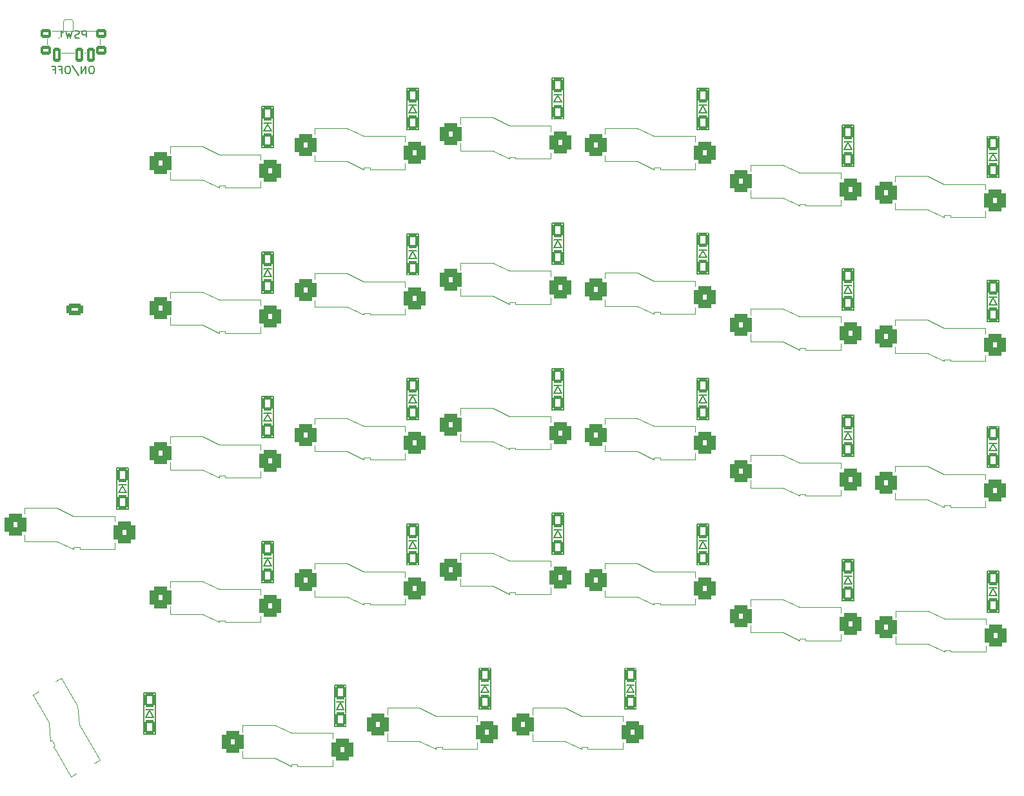
<source format=gbo>
G04 #@! TF.GenerationSoftware,KiCad,Pcbnew,7.0.10*
G04 #@! TF.CreationDate,2024-03-21T01:04:01+01:00*
G04 #@! TF.ProjectId,allium58,616c6c69-756d-4353-982e-6b696361645f,rev?*
G04 #@! TF.SameCoordinates,Original*
G04 #@! TF.FileFunction,Legend,Bot*
G04 #@! TF.FilePolarity,Positive*
%FSLAX46Y46*%
G04 Gerber Fmt 4.6, Leading zero omitted, Abs format (unit mm)*
G04 Created by KiCad (PCBNEW 7.0.10) date 2024-03-21 01:04:01*
%MOMM*%
%LPD*%
G01*
G04 APERTURE LIST*
G04 Aperture macros list*
%AMRoundRect*
0 Rectangle with rounded corners*
0 $1 Rounding radius*
0 $2 $3 $4 $5 $6 $7 $8 $9 X,Y pos of 4 corners*
0 Add a 4 corners polygon primitive as box body*
4,1,4,$2,$3,$4,$5,$6,$7,$8,$9,$2,$3,0*
0 Add four circle primitives for the rounded corners*
1,1,$1+$1,$2,$3*
1,1,$1+$1,$4,$5*
1,1,$1+$1,$6,$7*
1,1,$1+$1,$8,$9*
0 Add four rect primitives between the rounded corners*
20,1,$1+$1,$2,$3,$4,$5,0*
20,1,$1+$1,$4,$5,$6,$7,0*
20,1,$1+$1,$6,$7,$8,$9,0*
20,1,$1+$1,$8,$9,$2,$3,0*%
G04 Aperture macros list end*
%ADD10C,0.150000*%
%ADD11C,0.100000*%
%ADD12C,0.120000*%
%ADD13C,5.100000*%
%ADD14C,1.924000*%
%ADD15C,2.900000*%
%ADD16C,3.000000*%
%ADD17C,5.250000*%
%ADD18RoundRect,0.580000X-0.870000X-0.895000X0.870000X-0.895000X0.870000X0.895000X-0.870000X0.895000X0*%
%ADD19RoundRect,0.580000X-1.210093X0.305942X-0.340093X-1.200942X1.210093X-0.305942X0.340093X1.200942X0*%
%ADD20C,4.400000*%
%ADD21O,2.150000X1.600000*%
%ADD22RoundRect,0.333333X-0.741667X0.466667X-0.741667X-0.466667X0.741667X-0.466667X0.741667X0.466667X0*%
%ADD23RoundRect,0.200000X-0.500000X0.700000X-0.500000X-0.700000X0.500000X-0.700000X0.500000X0.700000X0*%
%ADD24RoundRect,0.200000X-0.500000X-0.400000X0.500000X-0.400000X0.500000X0.400000X-0.500000X0.400000X0*%
%ADD25C,1.300000*%
%ADD26RoundRect,0.200000X-0.350000X-0.750000X0.350000X-0.750000X0.350000X0.750000X-0.350000X0.750000X0*%
G04 APERTURE END LIST*
D10*
X103460344Y-41974419D02*
X103269868Y-41974419D01*
X103269868Y-41974419D02*
X103174630Y-42022038D01*
X103174630Y-42022038D02*
X103079392Y-42117276D01*
X103079392Y-42117276D02*
X103031773Y-42307752D01*
X103031773Y-42307752D02*
X103031773Y-42641085D01*
X103031773Y-42641085D02*
X103079392Y-42831561D01*
X103079392Y-42831561D02*
X103174630Y-42926800D01*
X103174630Y-42926800D02*
X103269868Y-42974419D01*
X103269868Y-42974419D02*
X103460344Y-42974419D01*
X103460344Y-42974419D02*
X103555582Y-42926800D01*
X103555582Y-42926800D02*
X103650820Y-42831561D01*
X103650820Y-42831561D02*
X103698439Y-42641085D01*
X103698439Y-42641085D02*
X103698439Y-42307752D01*
X103698439Y-42307752D02*
X103650820Y-42117276D01*
X103650820Y-42117276D02*
X103555582Y-42022038D01*
X103555582Y-42022038D02*
X103460344Y-41974419D01*
X102603201Y-42974419D02*
X102603201Y-41974419D01*
X102603201Y-41974419D02*
X102031773Y-42974419D01*
X102031773Y-42974419D02*
X102031773Y-41974419D01*
X100841297Y-41926800D02*
X101698439Y-43212514D01*
X100317487Y-41974419D02*
X100127011Y-41974419D01*
X100127011Y-41974419D02*
X100031773Y-42022038D01*
X100031773Y-42022038D02*
X99936535Y-42117276D01*
X99936535Y-42117276D02*
X99888916Y-42307752D01*
X99888916Y-42307752D02*
X99888916Y-42641085D01*
X99888916Y-42641085D02*
X99936535Y-42831561D01*
X99936535Y-42831561D02*
X100031773Y-42926800D01*
X100031773Y-42926800D02*
X100127011Y-42974419D01*
X100127011Y-42974419D02*
X100317487Y-42974419D01*
X100317487Y-42974419D02*
X100412725Y-42926800D01*
X100412725Y-42926800D02*
X100507963Y-42831561D01*
X100507963Y-42831561D02*
X100555582Y-42641085D01*
X100555582Y-42641085D02*
X100555582Y-42307752D01*
X100555582Y-42307752D02*
X100507963Y-42117276D01*
X100507963Y-42117276D02*
X100412725Y-42022038D01*
X100412725Y-42022038D02*
X100317487Y-41974419D01*
X99127011Y-42450609D02*
X99460344Y-42450609D01*
X99460344Y-42974419D02*
X99460344Y-41974419D01*
X99460344Y-41974419D02*
X98984154Y-41974419D01*
X98269868Y-42450609D02*
X98603201Y-42450609D01*
X98603201Y-42974419D02*
X98603201Y-41974419D01*
X98603201Y-41974419D02*
X98127011Y-41974419D01*
X102674513Y-38326219D02*
X102674513Y-37326219D01*
X102674513Y-37326219D02*
X102293561Y-37326219D01*
X102293561Y-37326219D02*
X102198323Y-37373838D01*
X102198323Y-37373838D02*
X102150704Y-37421457D01*
X102150704Y-37421457D02*
X102103085Y-37516695D01*
X102103085Y-37516695D02*
X102103085Y-37659552D01*
X102103085Y-37659552D02*
X102150704Y-37754790D01*
X102150704Y-37754790D02*
X102198323Y-37802409D01*
X102198323Y-37802409D02*
X102293561Y-37850028D01*
X102293561Y-37850028D02*
X102674513Y-37850028D01*
X101722132Y-38278600D02*
X101579275Y-38326219D01*
X101579275Y-38326219D02*
X101341180Y-38326219D01*
X101341180Y-38326219D02*
X101245942Y-38278600D01*
X101245942Y-38278600D02*
X101198323Y-38230980D01*
X101198323Y-38230980D02*
X101150704Y-38135742D01*
X101150704Y-38135742D02*
X101150704Y-38040504D01*
X101150704Y-38040504D02*
X101198323Y-37945266D01*
X101198323Y-37945266D02*
X101245942Y-37897647D01*
X101245942Y-37897647D02*
X101341180Y-37850028D01*
X101341180Y-37850028D02*
X101531656Y-37802409D01*
X101531656Y-37802409D02*
X101626894Y-37754790D01*
X101626894Y-37754790D02*
X101674513Y-37707171D01*
X101674513Y-37707171D02*
X101722132Y-37611933D01*
X101722132Y-37611933D02*
X101722132Y-37516695D01*
X101722132Y-37516695D02*
X101674513Y-37421457D01*
X101674513Y-37421457D02*
X101626894Y-37373838D01*
X101626894Y-37373838D02*
X101531656Y-37326219D01*
X101531656Y-37326219D02*
X101293561Y-37326219D01*
X101293561Y-37326219D02*
X101150704Y-37373838D01*
X100817370Y-37326219D02*
X100579275Y-38326219D01*
X100579275Y-38326219D02*
X100388799Y-37611933D01*
X100388799Y-37611933D02*
X100198323Y-38326219D01*
X100198323Y-38326219D02*
X99960228Y-37326219D01*
X99055466Y-38326219D02*
X99626894Y-38326219D01*
X99341180Y-38326219D02*
X99341180Y-37326219D01*
X99341180Y-37326219D02*
X99436418Y-37469076D01*
X99436418Y-37469076D02*
X99531656Y-37564314D01*
X99531656Y-37564314D02*
X99626894Y-37611933D01*
D11*
X113685000Y-52525000D02*
X113685000Y-56875000D01*
X113685000Y-52525000D02*
X117905000Y-52525000D01*
X113685000Y-56875000D02*
X117905000Y-56875000D01*
X117905000Y-52525000D02*
X120105000Y-53575000D01*
X117905000Y-56875000D02*
X120105000Y-57925000D01*
X120105000Y-57700000D02*
X120105000Y-57925000D01*
X120905000Y-57700000D02*
X120105000Y-57700000D01*
X120905000Y-57925000D02*
X120905000Y-57700000D01*
X125525000Y-53575000D02*
X120105000Y-53575000D01*
X125525000Y-53575000D02*
X125525000Y-57925000D01*
X125525000Y-57925000D02*
X120905000Y-57925000D01*
X132685000Y-50125000D02*
X132685000Y-54475000D01*
X132685000Y-50125000D02*
X136905000Y-50125000D01*
X132685000Y-54475000D02*
X136905000Y-54475000D01*
X136905000Y-50125000D02*
X139105000Y-51175000D01*
X136905000Y-54475000D02*
X139105000Y-55525000D01*
X139105000Y-55300000D02*
X139105000Y-55525000D01*
X139905000Y-55300000D02*
X139105000Y-55300000D01*
X139905000Y-55525000D02*
X139905000Y-55300000D01*
X144525000Y-51175000D02*
X139105000Y-51175000D01*
X144525000Y-51175000D02*
X144525000Y-55525000D01*
X144525000Y-55525000D02*
X139905000Y-55525000D01*
X151785000Y-48735000D02*
X151785000Y-53085000D01*
X151785000Y-48735000D02*
X156005000Y-48735000D01*
X151785000Y-53085000D02*
X156005000Y-53085000D01*
X156005000Y-48735000D02*
X158205000Y-49785000D01*
X156005000Y-53085000D02*
X158205000Y-54135000D01*
X158205000Y-53910000D02*
X158205000Y-54135000D01*
X159005000Y-53910000D02*
X158205000Y-53910000D01*
X159005000Y-54135000D02*
X159005000Y-53910000D01*
X163625000Y-49785000D02*
X158205000Y-49785000D01*
X163625000Y-49785000D02*
X163625000Y-54135000D01*
X163625000Y-54135000D02*
X159005000Y-54135000D01*
X170785000Y-50125000D02*
X170785000Y-54475000D01*
X170785000Y-50125000D02*
X175005000Y-50125000D01*
X170785000Y-54475000D02*
X175005000Y-54475000D01*
X175005000Y-50125000D02*
X177205000Y-51175000D01*
X175005000Y-54475000D02*
X177205000Y-55525000D01*
X177205000Y-55300000D02*
X177205000Y-55525000D01*
X178005000Y-55300000D02*
X177205000Y-55300000D01*
X178005000Y-55525000D02*
X178005000Y-55300000D01*
X182625000Y-51175000D02*
X177205000Y-51175000D01*
X182625000Y-51175000D02*
X182625000Y-55525000D01*
X182625000Y-55525000D02*
X178005000Y-55525000D01*
X189885000Y-54925000D02*
X189885000Y-59275000D01*
X189885000Y-54925000D02*
X194105000Y-54925000D01*
X189885000Y-59275000D02*
X194105000Y-59275000D01*
X194105000Y-54925000D02*
X196305000Y-55975000D01*
X194105000Y-59275000D02*
X196305000Y-60325000D01*
X196305000Y-60100000D02*
X196305000Y-60325000D01*
X197105000Y-60100000D02*
X196305000Y-60100000D01*
X197105000Y-60325000D02*
X197105000Y-60100000D01*
X201725000Y-55975000D02*
X196305000Y-55975000D01*
X201725000Y-55975000D02*
X201725000Y-60325000D01*
X201725000Y-60325000D02*
X197105000Y-60325000D01*
X208885000Y-56425000D02*
X208885000Y-60775000D01*
X208885000Y-56425000D02*
X213105000Y-56425000D01*
X208885000Y-60775000D02*
X213105000Y-60775000D01*
X213105000Y-56425000D02*
X215305000Y-57475000D01*
X213105000Y-60775000D02*
X215305000Y-61825000D01*
X215305000Y-61600000D02*
X215305000Y-61825000D01*
X216105000Y-61600000D02*
X215305000Y-61600000D01*
X216105000Y-61825000D02*
X216105000Y-61600000D01*
X220725000Y-57475000D02*
X215305000Y-57475000D01*
X220725000Y-57475000D02*
X220725000Y-61825000D01*
X220725000Y-61825000D02*
X216105000Y-61825000D01*
X113685000Y-71625000D02*
X113685000Y-75975000D01*
X113685000Y-71625000D02*
X117905000Y-71625000D01*
X113685000Y-75975000D02*
X117905000Y-75975000D01*
X117905000Y-71625000D02*
X120105000Y-72675000D01*
X117905000Y-75975000D02*
X120105000Y-77025000D01*
X120105000Y-76800000D02*
X120105000Y-77025000D01*
X120905000Y-76800000D02*
X120105000Y-76800000D01*
X120905000Y-77025000D02*
X120905000Y-76800000D01*
X125525000Y-72675000D02*
X120105000Y-72675000D01*
X125525000Y-72675000D02*
X125525000Y-77025000D01*
X125525000Y-77025000D02*
X120905000Y-77025000D01*
X132685000Y-69225000D02*
X132685000Y-73575000D01*
X132685000Y-69225000D02*
X136905000Y-69225000D01*
X132685000Y-73575000D02*
X136905000Y-73575000D01*
X136905000Y-69225000D02*
X139105000Y-70275000D01*
X136905000Y-73575000D02*
X139105000Y-74625000D01*
X139105000Y-74400000D02*
X139105000Y-74625000D01*
X139905000Y-74400000D02*
X139105000Y-74400000D01*
X139905000Y-74625000D02*
X139905000Y-74400000D01*
X144525000Y-70275000D02*
X139105000Y-70275000D01*
X144525000Y-70275000D02*
X144525000Y-74625000D01*
X144525000Y-74625000D02*
X139905000Y-74625000D01*
X151785000Y-67825000D02*
X151785000Y-72175000D01*
X151785000Y-67825000D02*
X156005000Y-67825000D01*
X151785000Y-72175000D02*
X156005000Y-72175000D01*
X156005000Y-67825000D02*
X158205000Y-68875000D01*
X156005000Y-72175000D02*
X158205000Y-73225000D01*
X158205000Y-73000000D02*
X158205000Y-73225000D01*
X159005000Y-73000000D02*
X158205000Y-73000000D01*
X159005000Y-73225000D02*
X159005000Y-73000000D01*
X163625000Y-68875000D02*
X158205000Y-68875000D01*
X163625000Y-68875000D02*
X163625000Y-73225000D01*
X163625000Y-73225000D02*
X159005000Y-73225000D01*
X170785000Y-69125000D02*
X170785000Y-73475000D01*
X170785000Y-69125000D02*
X175005000Y-69125000D01*
X170785000Y-73475000D02*
X175005000Y-73475000D01*
X175005000Y-69125000D02*
X177205000Y-70175000D01*
X175005000Y-73475000D02*
X177205000Y-74525000D01*
X177205000Y-74300000D02*
X177205000Y-74525000D01*
X178005000Y-74300000D02*
X177205000Y-74300000D01*
X178005000Y-74525000D02*
X178005000Y-74300000D01*
X182625000Y-70175000D02*
X177205000Y-70175000D01*
X182625000Y-70175000D02*
X182625000Y-74525000D01*
X182625000Y-74525000D02*
X178005000Y-74525000D01*
X189885000Y-73825000D02*
X189885000Y-78175000D01*
X189885000Y-73825000D02*
X194105000Y-73825000D01*
X189885000Y-78175000D02*
X194105000Y-78175000D01*
X194105000Y-73825000D02*
X196305000Y-74875000D01*
X194105000Y-78175000D02*
X196305000Y-79225000D01*
X196305000Y-79000000D02*
X196305000Y-79225000D01*
X197105000Y-79000000D02*
X196305000Y-79000000D01*
X197105000Y-79225000D02*
X197105000Y-79000000D01*
X201725000Y-74875000D02*
X196305000Y-74875000D01*
X201725000Y-74875000D02*
X201725000Y-79225000D01*
X201725000Y-79225000D02*
X197105000Y-79225000D01*
X208885000Y-75325000D02*
X208885000Y-79675000D01*
X208885000Y-75325000D02*
X213105000Y-75325000D01*
X208885000Y-79675000D02*
X213105000Y-79675000D01*
X213105000Y-75325000D02*
X215305000Y-76375000D01*
X213105000Y-79675000D02*
X215305000Y-80725000D01*
X215305000Y-80500000D02*
X215305000Y-80725000D01*
X216105000Y-80500000D02*
X215305000Y-80500000D01*
X216105000Y-80725000D02*
X216105000Y-80500000D01*
X220725000Y-76375000D02*
X215305000Y-76375000D01*
X220725000Y-76375000D02*
X220725000Y-80725000D01*
X220725000Y-80725000D02*
X216105000Y-80725000D01*
X113685000Y-90625000D02*
X113685000Y-94975000D01*
X113685000Y-90625000D02*
X117905000Y-90625000D01*
X113685000Y-94975000D02*
X117905000Y-94975000D01*
X117905000Y-90625000D02*
X120105000Y-91675000D01*
X117905000Y-94975000D02*
X120105000Y-96025000D01*
X120105000Y-95800000D02*
X120105000Y-96025000D01*
X120905000Y-95800000D02*
X120105000Y-95800000D01*
X120905000Y-96025000D02*
X120905000Y-95800000D01*
X125525000Y-91675000D02*
X120105000Y-91675000D01*
X125525000Y-91675000D02*
X125525000Y-96025000D01*
X125525000Y-96025000D02*
X120905000Y-96025000D01*
X132685000Y-88225000D02*
X132685000Y-92575000D01*
X132685000Y-88225000D02*
X136905000Y-88225000D01*
X132685000Y-92575000D02*
X136905000Y-92575000D01*
X136905000Y-88225000D02*
X139105000Y-89275000D01*
X136905000Y-92575000D02*
X139105000Y-93625000D01*
X139105000Y-93400000D02*
X139105000Y-93625000D01*
X139905000Y-93400000D02*
X139105000Y-93400000D01*
X139905000Y-93625000D02*
X139905000Y-93400000D01*
X144525000Y-89275000D02*
X139105000Y-89275000D01*
X144525000Y-89275000D02*
X144525000Y-93625000D01*
X144525000Y-93625000D02*
X139905000Y-93625000D01*
X151785000Y-86925000D02*
X151785000Y-91275000D01*
X151785000Y-86925000D02*
X156005000Y-86925000D01*
X151785000Y-91275000D02*
X156005000Y-91275000D01*
X156005000Y-86925000D02*
X158205000Y-87975000D01*
X156005000Y-91275000D02*
X158205000Y-92325000D01*
X158205000Y-92100000D02*
X158205000Y-92325000D01*
X159005000Y-92100000D02*
X158205000Y-92100000D01*
X159005000Y-92325000D02*
X159005000Y-92100000D01*
X163625000Y-87975000D02*
X158205000Y-87975000D01*
X163625000Y-87975000D02*
X163625000Y-92325000D01*
X163625000Y-92325000D02*
X159005000Y-92325000D01*
X170785000Y-88225000D02*
X170785000Y-92575000D01*
X170785000Y-88225000D02*
X175005000Y-88225000D01*
X170785000Y-92575000D02*
X175005000Y-92575000D01*
X175005000Y-88225000D02*
X177205000Y-89275000D01*
X175005000Y-92575000D02*
X177205000Y-93625000D01*
X177205000Y-93400000D02*
X177205000Y-93625000D01*
X178005000Y-93400000D02*
X177205000Y-93400000D01*
X178005000Y-93625000D02*
X178005000Y-93400000D01*
X182625000Y-89275000D02*
X177205000Y-89275000D01*
X182625000Y-89275000D02*
X182625000Y-93625000D01*
X182625000Y-93625000D02*
X178005000Y-93625000D01*
X189885000Y-93025000D02*
X189885000Y-97375000D01*
X189885000Y-93025000D02*
X194105000Y-93025000D01*
X189885000Y-97375000D02*
X194105000Y-97375000D01*
X194105000Y-93025000D02*
X196305000Y-94075000D01*
X194105000Y-97375000D02*
X196305000Y-98425000D01*
X196305000Y-98200000D02*
X196305000Y-98425000D01*
X197105000Y-98200000D02*
X196305000Y-98200000D01*
X197105000Y-98425000D02*
X197105000Y-98200000D01*
X201725000Y-94075000D02*
X196305000Y-94075000D01*
X201725000Y-94075000D02*
X201725000Y-98425000D01*
X201725000Y-98425000D02*
X197105000Y-98425000D01*
X208885000Y-94525000D02*
X208885000Y-98875000D01*
X208885000Y-94525000D02*
X213105000Y-94525000D01*
X208885000Y-98875000D02*
X213105000Y-98875000D01*
X213105000Y-94525000D02*
X215305000Y-95575000D01*
X213105000Y-98875000D02*
X215305000Y-99925000D01*
X215305000Y-99700000D02*
X215305000Y-99925000D01*
X216105000Y-99700000D02*
X215305000Y-99700000D01*
X216105000Y-99925000D02*
X216105000Y-99700000D01*
X220725000Y-95575000D02*
X215305000Y-95575000D01*
X220725000Y-95575000D02*
X220725000Y-99925000D01*
X220725000Y-99925000D02*
X216105000Y-99925000D01*
X113685000Y-109625000D02*
X113685000Y-113975000D01*
X113685000Y-109625000D02*
X117905000Y-109625000D01*
X113685000Y-113975000D02*
X117905000Y-113975000D01*
X117905000Y-109625000D02*
X120105000Y-110675000D01*
X117905000Y-113975000D02*
X120105000Y-115025000D01*
X120105000Y-114800000D02*
X120105000Y-115025000D01*
X120905000Y-114800000D02*
X120105000Y-114800000D01*
X120905000Y-115025000D02*
X120905000Y-114800000D01*
X125525000Y-110675000D02*
X120105000Y-110675000D01*
X125525000Y-110675000D02*
X125525000Y-115025000D01*
X125525000Y-115025000D02*
X120905000Y-115025000D01*
X132685000Y-107325000D02*
X132685000Y-111675000D01*
X132685000Y-107325000D02*
X136905000Y-107325000D01*
X132685000Y-111675000D02*
X136905000Y-111675000D01*
X136905000Y-107325000D02*
X139105000Y-108375000D01*
X136905000Y-111675000D02*
X139105000Y-112725000D01*
X139105000Y-112500000D02*
X139105000Y-112725000D01*
X139905000Y-112500000D02*
X139105000Y-112500000D01*
X139905000Y-112725000D02*
X139905000Y-112500000D01*
X144525000Y-108375000D02*
X139105000Y-108375000D01*
X144525000Y-108375000D02*
X144525000Y-112725000D01*
X144525000Y-112725000D02*
X139905000Y-112725000D01*
X151785000Y-105925000D02*
X151785000Y-110275000D01*
X151785000Y-105925000D02*
X156005000Y-105925000D01*
X151785000Y-110275000D02*
X156005000Y-110275000D01*
X156005000Y-105925000D02*
X158205000Y-106975000D01*
X156005000Y-110275000D02*
X158205000Y-111325000D01*
X158205000Y-111100000D02*
X158205000Y-111325000D01*
X159005000Y-111100000D02*
X158205000Y-111100000D01*
X159005000Y-111325000D02*
X159005000Y-111100000D01*
X163625000Y-106975000D02*
X158205000Y-106975000D01*
X163625000Y-106975000D02*
X163625000Y-111325000D01*
X163625000Y-111325000D02*
X159005000Y-111325000D01*
X170785000Y-107325000D02*
X170785000Y-111675000D01*
X170785000Y-107325000D02*
X175005000Y-107325000D01*
X170785000Y-111675000D02*
X175005000Y-111675000D01*
X175005000Y-107325000D02*
X177205000Y-108375000D01*
X175005000Y-111675000D02*
X177205000Y-112725000D01*
X177205000Y-112500000D02*
X177205000Y-112725000D01*
X178005000Y-112500000D02*
X177205000Y-112500000D01*
X178005000Y-112725000D02*
X178005000Y-112500000D01*
X182625000Y-108375000D02*
X177205000Y-108375000D01*
X182625000Y-108375000D02*
X182625000Y-112725000D01*
X182625000Y-112725000D02*
X178005000Y-112725000D01*
X189885000Y-112025000D02*
X189885000Y-116375000D01*
X189885000Y-112025000D02*
X194105000Y-112025000D01*
X189885000Y-116375000D02*
X194105000Y-116375000D01*
X194105000Y-112025000D02*
X196305000Y-113075000D01*
X194105000Y-116375000D02*
X196305000Y-117425000D01*
X196305000Y-117200000D02*
X196305000Y-117425000D01*
X197105000Y-117200000D02*
X196305000Y-117200000D01*
X197105000Y-117425000D02*
X197105000Y-117200000D01*
X201725000Y-113075000D02*
X196305000Y-113075000D01*
X201725000Y-113075000D02*
X201725000Y-117425000D01*
X201725000Y-117425000D02*
X197105000Y-117425000D01*
X208935000Y-113525000D02*
X208935000Y-117875000D01*
X208935000Y-113525000D02*
X213155000Y-113525000D01*
X208935000Y-117875000D02*
X213155000Y-117875000D01*
X213155000Y-113525000D02*
X215355000Y-114575000D01*
X213155000Y-117875000D02*
X215355000Y-118925000D01*
X215355000Y-118700000D02*
X215355000Y-118925000D01*
X216155000Y-118700000D02*
X215355000Y-118700000D01*
X216155000Y-118925000D02*
X216155000Y-118700000D01*
X220775000Y-114575000D02*
X215355000Y-114575000D01*
X220775000Y-114575000D02*
X220775000Y-118925000D01*
X220775000Y-118925000D02*
X216155000Y-118925000D01*
X94585000Y-100025000D02*
X94585000Y-104375000D01*
X94585000Y-100025000D02*
X98805000Y-100025000D01*
X94585000Y-104375000D02*
X98805000Y-104375000D01*
X98805000Y-100025000D02*
X101005000Y-101075000D01*
X98805000Y-104375000D02*
X101005000Y-105425000D01*
X101005000Y-105200000D02*
X101005000Y-105425000D01*
X101805000Y-105200000D02*
X101005000Y-105200000D01*
X101805000Y-105425000D02*
X101805000Y-105200000D01*
X106425000Y-101075000D02*
X101005000Y-101075000D01*
X106425000Y-101075000D02*
X106425000Y-105425000D01*
X106425000Y-105425000D02*
X101805000Y-105425000D01*
X99405786Y-122360537D02*
X95638575Y-124535537D01*
X99405786Y-122360537D02*
X101515786Y-126015164D01*
X95638575Y-124535537D02*
X97748575Y-128190164D01*
X101515786Y-126015164D02*
X101706459Y-128445420D01*
X97748575Y-128190164D02*
X97939249Y-130620420D01*
X98134104Y-130507920D02*
X97939249Y-130620420D01*
X98534104Y-131200740D02*
X98134104Y-130507920D01*
X98339249Y-131313240D02*
X98534104Y-131200740D01*
X104416459Y-133139278D02*
X101706459Y-128445420D01*
X104416459Y-133139278D02*
X100649249Y-135314278D01*
X100649249Y-135314278D02*
X98339249Y-131313240D01*
X123185000Y-128525000D02*
X123185000Y-132875000D01*
X123185000Y-128525000D02*
X127405000Y-128525000D01*
X123185000Y-132875000D02*
X127405000Y-132875000D01*
X127405000Y-128525000D02*
X129605000Y-129575000D01*
X127405000Y-132875000D02*
X129605000Y-133925000D01*
X129605000Y-133700000D02*
X129605000Y-133925000D01*
X130405000Y-133700000D02*
X129605000Y-133700000D01*
X130405000Y-133925000D02*
X130405000Y-133700000D01*
X135025000Y-129575000D02*
X129605000Y-129575000D01*
X135025000Y-129575000D02*
X135025000Y-133925000D01*
X135025000Y-133925000D02*
X130405000Y-133925000D01*
X142185000Y-126275000D02*
X142185000Y-130625000D01*
X142185000Y-126275000D02*
X146405000Y-126275000D01*
X142185000Y-130625000D02*
X146405000Y-130625000D01*
X146405000Y-126275000D02*
X148605000Y-127325000D01*
X146405000Y-130625000D02*
X148605000Y-131675000D01*
X148605000Y-131450000D02*
X148605000Y-131675000D01*
X149405000Y-131450000D02*
X148605000Y-131450000D01*
X149405000Y-131675000D02*
X149405000Y-131450000D01*
X154025000Y-127325000D02*
X148605000Y-127325000D01*
X154025000Y-127325000D02*
X154025000Y-131675000D01*
X154025000Y-131675000D02*
X149405000Y-131675000D01*
X161285000Y-126275000D02*
X161285000Y-130625000D01*
X161285000Y-126275000D02*
X165505000Y-126275000D01*
X161285000Y-130625000D02*
X165505000Y-130625000D01*
X165505000Y-126275000D02*
X167705000Y-127325000D01*
X165505000Y-130625000D02*
X167705000Y-131675000D01*
X167705000Y-131450000D02*
X167705000Y-131675000D01*
X168505000Y-131450000D02*
X167705000Y-131450000D01*
X168505000Y-131675000D02*
X168505000Y-131450000D01*
X173125000Y-127325000D02*
X167705000Y-127325000D01*
X173125000Y-127325000D02*
X173125000Y-131675000D01*
X173125000Y-131675000D02*
X168505000Y-131675000D01*
D10*
X127250000Y-47300000D02*
X127250000Y-52700000D01*
X125750000Y-47300000D02*
X127250000Y-47300000D01*
X126000000Y-49500000D02*
X127000000Y-49500000D01*
X126500000Y-49600000D02*
X126000000Y-50500000D01*
X127000000Y-50500000D02*
X126500000Y-49600000D01*
X126000000Y-50500000D02*
X127000000Y-50500000D01*
X125750000Y-52700000D02*
X125750000Y-47300000D01*
X125750000Y-52700000D02*
X127250000Y-52700000D01*
X146250000Y-44900000D02*
X146250000Y-50300000D01*
X144750000Y-44900000D02*
X146250000Y-44900000D01*
X145000000Y-47100000D02*
X146000000Y-47100000D01*
X145500000Y-47200000D02*
X145000000Y-48100000D01*
X146000000Y-48100000D02*
X145500000Y-47200000D01*
X145000000Y-48100000D02*
X146000000Y-48100000D01*
X144750000Y-50300000D02*
X144750000Y-44900000D01*
X144750000Y-50300000D02*
X146250000Y-50300000D01*
X165350000Y-43510000D02*
X165350000Y-48910000D01*
X163850000Y-43510000D02*
X165350000Y-43510000D01*
X164100000Y-45710000D02*
X165100000Y-45710000D01*
X164600000Y-45810000D02*
X164100000Y-46710000D01*
X165100000Y-46710000D02*
X164600000Y-45810000D01*
X164100000Y-46710000D02*
X165100000Y-46710000D01*
X163850000Y-48910000D02*
X163850000Y-43510000D01*
X163850000Y-48910000D02*
X165350000Y-48910000D01*
X184350000Y-44900000D02*
X184350000Y-50300000D01*
X182850000Y-44900000D02*
X184350000Y-44900000D01*
X183100000Y-47100000D02*
X184100000Y-47100000D01*
X183600000Y-47200000D02*
X183100000Y-48100000D01*
X184100000Y-48100000D02*
X183600000Y-47200000D01*
X183100000Y-48100000D02*
X184100000Y-48100000D01*
X182850000Y-50300000D02*
X182850000Y-44900000D01*
X182850000Y-50300000D02*
X184350000Y-50300000D01*
X203450000Y-49700000D02*
X203450000Y-55100000D01*
X201950000Y-49700000D02*
X203450000Y-49700000D01*
X202200000Y-51900000D02*
X203200000Y-51900000D01*
X202700000Y-52000000D02*
X202200000Y-52900000D01*
X203200000Y-52900000D02*
X202700000Y-52000000D01*
X202200000Y-52900000D02*
X203200000Y-52900000D01*
X201950000Y-55100000D02*
X201950000Y-49700000D01*
X201950000Y-55100000D02*
X203450000Y-55100000D01*
X222450000Y-51200000D02*
X222450000Y-56600000D01*
X220950000Y-51200000D02*
X222450000Y-51200000D01*
X221200000Y-53400000D02*
X222200000Y-53400000D01*
X221700000Y-53500000D02*
X221200000Y-54400000D01*
X222200000Y-54400000D02*
X221700000Y-53500000D01*
X221200000Y-54400000D02*
X222200000Y-54400000D01*
X220950000Y-56600000D02*
X220950000Y-51200000D01*
X220950000Y-56600000D02*
X222450000Y-56600000D01*
X127250000Y-66400000D02*
X127250000Y-71800000D01*
X125750000Y-66400000D02*
X127250000Y-66400000D01*
X126000000Y-68600000D02*
X127000000Y-68600000D01*
X126500000Y-68700000D02*
X126000000Y-69600000D01*
X127000000Y-69600000D02*
X126500000Y-68700000D01*
X126000000Y-69600000D02*
X127000000Y-69600000D01*
X125750000Y-71800000D02*
X125750000Y-66400000D01*
X125750000Y-71800000D02*
X127250000Y-71800000D01*
X146250000Y-64000000D02*
X146250000Y-69400000D01*
X144750000Y-64000000D02*
X146250000Y-64000000D01*
X145000000Y-66200000D02*
X146000000Y-66200000D01*
X145500000Y-66300000D02*
X145000000Y-67200000D01*
X146000000Y-67200000D02*
X145500000Y-66300000D01*
X145000000Y-67200000D02*
X146000000Y-67200000D01*
X144750000Y-69400000D02*
X144750000Y-64000000D01*
X144750000Y-69400000D02*
X146250000Y-69400000D01*
X165350000Y-62600000D02*
X165350000Y-68000000D01*
X163850000Y-62600000D02*
X165350000Y-62600000D01*
X164100000Y-64800000D02*
X165100000Y-64800000D01*
X164600000Y-64900000D02*
X164100000Y-65800000D01*
X165100000Y-65800000D02*
X164600000Y-64900000D01*
X164100000Y-65800000D02*
X165100000Y-65800000D01*
X163850000Y-68000000D02*
X163850000Y-62600000D01*
X163850000Y-68000000D02*
X165350000Y-68000000D01*
X184350000Y-63900000D02*
X184350000Y-69300000D01*
X182850000Y-63900000D02*
X184350000Y-63900000D01*
X183100000Y-66100000D02*
X184100000Y-66100000D01*
X183600000Y-66200000D02*
X183100000Y-67100000D01*
X184100000Y-67100000D02*
X183600000Y-66200000D01*
X183100000Y-67100000D02*
X184100000Y-67100000D01*
X182850000Y-69300000D02*
X182850000Y-63900000D01*
X182850000Y-69300000D02*
X184350000Y-69300000D01*
X203450000Y-68600000D02*
X203450000Y-74000000D01*
X201950000Y-68600000D02*
X203450000Y-68600000D01*
X202200000Y-70800000D02*
X203200000Y-70800000D01*
X202700000Y-70900000D02*
X202200000Y-71800000D01*
X203200000Y-71800000D02*
X202700000Y-70900000D01*
X202200000Y-71800000D02*
X203200000Y-71800000D01*
X201950000Y-74000000D02*
X201950000Y-68600000D01*
X201950000Y-74000000D02*
X203450000Y-74000000D01*
X222450000Y-70100000D02*
X222450000Y-75500000D01*
X220950000Y-70100000D02*
X222450000Y-70100000D01*
X221200000Y-72300000D02*
X222200000Y-72300000D01*
X221700000Y-72400000D02*
X221200000Y-73300000D01*
X222200000Y-73300000D02*
X221700000Y-72400000D01*
X221200000Y-73300000D02*
X222200000Y-73300000D01*
X220950000Y-75500000D02*
X220950000Y-70100000D01*
X220950000Y-75500000D02*
X222450000Y-75500000D01*
X127250000Y-85400000D02*
X127250000Y-90800000D01*
X125750000Y-85400000D02*
X127250000Y-85400000D01*
X126000000Y-87600000D02*
X127000000Y-87600000D01*
X126500000Y-87700000D02*
X126000000Y-88600000D01*
X127000000Y-88600000D02*
X126500000Y-87700000D01*
X126000000Y-88600000D02*
X127000000Y-88600000D01*
X125750000Y-90800000D02*
X125750000Y-85400000D01*
X125750000Y-90800000D02*
X127250000Y-90800000D01*
X146250000Y-83000000D02*
X146250000Y-88400000D01*
X144750000Y-83000000D02*
X146250000Y-83000000D01*
X145000000Y-85200000D02*
X146000000Y-85200000D01*
X145500000Y-85300000D02*
X145000000Y-86200000D01*
X146000000Y-86200000D02*
X145500000Y-85300000D01*
X145000000Y-86200000D02*
X146000000Y-86200000D01*
X144750000Y-88400000D02*
X144750000Y-83000000D01*
X144750000Y-88400000D02*
X146250000Y-88400000D01*
X165350000Y-81700000D02*
X165350000Y-87100000D01*
X163850000Y-81700000D02*
X165350000Y-81700000D01*
X164100000Y-83900000D02*
X165100000Y-83900000D01*
X164600000Y-84000000D02*
X164100000Y-84900000D01*
X165100000Y-84900000D02*
X164600000Y-84000000D01*
X164100000Y-84900000D02*
X165100000Y-84900000D01*
X163850000Y-87100000D02*
X163850000Y-81700000D01*
X163850000Y-87100000D02*
X165350000Y-87100000D01*
X184350000Y-83000000D02*
X184350000Y-88400000D01*
X182850000Y-83000000D02*
X184350000Y-83000000D01*
X183100000Y-85200000D02*
X184100000Y-85200000D01*
X183600000Y-85300000D02*
X183100000Y-86200000D01*
X184100000Y-86200000D02*
X183600000Y-85300000D01*
X183100000Y-86200000D02*
X184100000Y-86200000D01*
X182850000Y-88400000D02*
X182850000Y-83000000D01*
X182850000Y-88400000D02*
X184350000Y-88400000D01*
X203450000Y-87800000D02*
X203450000Y-93200000D01*
X201950000Y-87800000D02*
X203450000Y-87800000D01*
X202200000Y-90000000D02*
X203200000Y-90000000D01*
X202700000Y-90100000D02*
X202200000Y-91000000D01*
X203200000Y-91000000D02*
X202700000Y-90100000D01*
X202200000Y-91000000D02*
X203200000Y-91000000D01*
X201950000Y-93200000D02*
X201950000Y-87800000D01*
X201950000Y-93200000D02*
X203450000Y-93200000D01*
X222450000Y-89300000D02*
X222450000Y-94700000D01*
X220950000Y-89300000D02*
X222450000Y-89300000D01*
X221200000Y-91500000D02*
X222200000Y-91500000D01*
X221700000Y-91600000D02*
X221200000Y-92500000D01*
X222200000Y-92500000D02*
X221700000Y-91600000D01*
X221200000Y-92500000D02*
X222200000Y-92500000D01*
X220950000Y-94700000D02*
X220950000Y-89300000D01*
X220950000Y-94700000D02*
X222450000Y-94700000D01*
X127250000Y-104400000D02*
X127250000Y-109800000D01*
X125750000Y-104400000D02*
X127250000Y-104400000D01*
X126000000Y-106600000D02*
X127000000Y-106600000D01*
X126500000Y-106700000D02*
X126000000Y-107600000D01*
X127000000Y-107600000D02*
X126500000Y-106700000D01*
X126000000Y-107600000D02*
X127000000Y-107600000D01*
X125750000Y-109800000D02*
X125750000Y-104400000D01*
X125750000Y-109800000D02*
X127250000Y-109800000D01*
X146250000Y-102100000D02*
X146250000Y-107500000D01*
X144750000Y-102100000D02*
X146250000Y-102100000D01*
X145000000Y-104300000D02*
X146000000Y-104300000D01*
X145500000Y-104400000D02*
X145000000Y-105300000D01*
X146000000Y-105300000D02*
X145500000Y-104400000D01*
X145000000Y-105300000D02*
X146000000Y-105300000D01*
X144750000Y-107500000D02*
X144750000Y-102100000D01*
X144750000Y-107500000D02*
X146250000Y-107500000D01*
X165350000Y-100700000D02*
X165350000Y-106100000D01*
X163850000Y-100700000D02*
X165350000Y-100700000D01*
X164100000Y-102900000D02*
X165100000Y-102900000D01*
X164600000Y-103000000D02*
X164100000Y-103900000D01*
X165100000Y-103900000D02*
X164600000Y-103000000D01*
X164100000Y-103900000D02*
X165100000Y-103900000D01*
X163850000Y-106100000D02*
X163850000Y-100700000D01*
X163850000Y-106100000D02*
X165350000Y-106100000D01*
X184350000Y-102100000D02*
X184350000Y-107500000D01*
X182850000Y-102100000D02*
X184350000Y-102100000D01*
X183100000Y-104300000D02*
X184100000Y-104300000D01*
X183600000Y-104400000D02*
X183100000Y-105300000D01*
X184100000Y-105300000D02*
X183600000Y-104400000D01*
X183100000Y-105300000D02*
X184100000Y-105300000D01*
X182850000Y-107500000D02*
X182850000Y-102100000D01*
X182850000Y-107500000D02*
X184350000Y-107500000D01*
X203450000Y-106800000D02*
X203450000Y-112200000D01*
X201950000Y-106800000D02*
X203450000Y-106800000D01*
X202200000Y-109000000D02*
X203200000Y-109000000D01*
X202700000Y-109100000D02*
X202200000Y-110000000D01*
X203200000Y-110000000D02*
X202700000Y-109100000D01*
X202200000Y-110000000D02*
X203200000Y-110000000D01*
X201950000Y-112200000D02*
X201950000Y-106800000D01*
X201950000Y-112200000D02*
X203450000Y-112200000D01*
X222500000Y-108300000D02*
X222500000Y-113700000D01*
X221000000Y-108300000D02*
X222500000Y-108300000D01*
X221250000Y-110500000D02*
X222250000Y-110500000D01*
X221750000Y-110600000D02*
X221250000Y-111500000D01*
X222250000Y-111500000D02*
X221750000Y-110600000D01*
X221250000Y-111500000D02*
X222250000Y-111500000D01*
X221000000Y-113700000D02*
X221000000Y-108300000D01*
X221000000Y-113700000D02*
X222500000Y-113700000D01*
X108150000Y-94800000D02*
X108150000Y-100200000D01*
X106650000Y-94800000D02*
X108150000Y-94800000D01*
X106900000Y-97000000D02*
X107900000Y-97000000D01*
X107400000Y-97100000D02*
X106900000Y-98000000D01*
X107900000Y-98000000D02*
X107400000Y-97100000D01*
X106900000Y-98000000D02*
X107900000Y-98000000D01*
X106650000Y-100200000D02*
X106650000Y-94800000D01*
X106650000Y-100200000D02*
X108150000Y-100200000D01*
X111750000Y-124300000D02*
X111750000Y-129700000D01*
X110250000Y-124300000D02*
X111750000Y-124300000D01*
X110500000Y-126500000D02*
X111500000Y-126500000D01*
X111000000Y-126600000D02*
X110500000Y-127500000D01*
X111500000Y-127500000D02*
X111000000Y-126600000D01*
X110500000Y-127500000D02*
X111500000Y-127500000D01*
X110250000Y-129700000D02*
X110250000Y-124300000D01*
X110250000Y-129700000D02*
X111750000Y-129700000D01*
X136750000Y-123300000D02*
X136750000Y-128700000D01*
X135250000Y-123300000D02*
X136750000Y-123300000D01*
X135500000Y-125500000D02*
X136500000Y-125500000D01*
X136000000Y-125600000D02*
X135500000Y-126500000D01*
X136500000Y-126500000D02*
X136000000Y-125600000D01*
X135500000Y-126500000D02*
X136500000Y-126500000D01*
X135250000Y-128700000D02*
X135250000Y-123300000D01*
X135250000Y-128700000D02*
X136750000Y-128700000D01*
X155750000Y-121050000D02*
X155750000Y-126450000D01*
X154250000Y-121050000D02*
X155750000Y-121050000D01*
X154500000Y-123250000D02*
X155500000Y-123250000D01*
X155000000Y-123350000D02*
X154500000Y-124250000D01*
X155500000Y-124250000D02*
X155000000Y-123350000D01*
X154500000Y-124250000D02*
X155500000Y-124250000D01*
X154250000Y-126450000D02*
X154250000Y-121050000D01*
X154250000Y-126450000D02*
X155750000Y-126450000D01*
X174850000Y-121050000D02*
X174850000Y-126450000D01*
X173350000Y-121050000D02*
X174850000Y-121050000D01*
X173600000Y-123250000D02*
X174600000Y-123250000D01*
X174100000Y-123350000D02*
X173600000Y-124250000D01*
X174600000Y-124250000D02*
X174100000Y-123350000D01*
X173600000Y-124250000D02*
X174600000Y-124250000D01*
X173350000Y-126450000D02*
X173350000Y-121050000D01*
X173350000Y-126450000D02*
X174850000Y-126450000D01*
D12*
X97550000Y-39153000D02*
X97550000Y-38363000D01*
X98150000Y-37353000D02*
X103850000Y-37353000D01*
X99400000Y-40203000D02*
X101100000Y-40203000D01*
X99600000Y-36063000D02*
X99800000Y-35853000D01*
X99600000Y-37353000D02*
X99600000Y-36063000D01*
X99800000Y-35853000D02*
X100700000Y-35853000D01*
X100900000Y-36063000D02*
X100700000Y-35853000D01*
X100900000Y-36063000D02*
X100900000Y-37353000D01*
X102400000Y-40203000D02*
X102600000Y-40203000D01*
X104450000Y-38363000D02*
X104450000Y-39153000D01*
%LPC*%
D13*
X129600000Y-59600000D03*
X205800000Y-61800000D03*
X129600000Y-97600000D03*
X205800000Y-100000000D03*
X105000000Y-114800000D03*
D14*
X108611400Y-41522000D03*
X108611400Y-44062000D03*
X108611400Y-46602000D03*
X108611400Y-49142000D03*
X108611400Y-51682000D03*
X108611400Y-54222000D03*
X108611400Y-56762000D03*
X108611400Y-59302000D03*
X108611400Y-61842000D03*
X108611400Y-64382000D03*
X108611400Y-66922000D03*
X108611400Y-69462000D03*
X93391400Y-69462000D03*
X93391400Y-66922000D03*
X93391400Y-64382000D03*
X93391400Y-61842000D03*
X93391400Y-59302000D03*
X93391400Y-56762000D03*
X93391400Y-54222000D03*
X93391400Y-51682000D03*
X93391400Y-49142000D03*
X93391400Y-46602000D03*
X93391400Y-44062000D03*
X93391400Y-41522000D03*
D15*
X86360000Y-46505000D03*
X86360000Y-40005000D03*
D16*
X116100000Y-54700000D03*
D17*
X120500000Y-50000000D03*
D16*
X123100000Y-55750000D03*
D18*
X112425000Y-54700000D03*
X126775000Y-55750000D03*
D16*
X135100000Y-52300000D03*
D17*
X139500000Y-47600000D03*
D16*
X142100000Y-53350000D03*
D18*
X131425000Y-52300000D03*
X145775000Y-53350000D03*
D16*
X154200000Y-50910000D03*
D17*
X158600000Y-46210000D03*
D16*
X161200000Y-51960000D03*
D18*
X150525000Y-50910000D03*
X164875000Y-51960000D03*
D16*
X173200000Y-52300000D03*
D17*
X177600000Y-47600000D03*
D16*
X180200000Y-53350000D03*
D18*
X169525000Y-52300000D03*
X183875000Y-53350000D03*
D16*
X192300000Y-57100000D03*
D17*
X196700000Y-52400000D03*
D16*
X199300000Y-58150000D03*
D18*
X188625000Y-57100000D03*
X202975000Y-58150000D03*
D16*
X211300000Y-58600000D03*
D17*
X215700000Y-53900000D03*
D16*
X218300000Y-59650000D03*
D18*
X207625000Y-58600000D03*
X221975000Y-59650000D03*
D16*
X116100000Y-73800000D03*
D17*
X120500000Y-69100000D03*
D16*
X123100000Y-74850000D03*
D18*
X112425000Y-73800000D03*
X126775000Y-74850000D03*
D16*
X135100000Y-71400000D03*
D17*
X139500000Y-66700000D03*
D16*
X142100000Y-72450000D03*
D18*
X131425000Y-71400000D03*
X145775000Y-72450000D03*
D16*
X154200000Y-70000000D03*
D17*
X158600000Y-65300000D03*
D16*
X161200000Y-71050000D03*
D18*
X150525000Y-70000000D03*
X164875000Y-71050000D03*
D16*
X173200000Y-71300000D03*
D17*
X177600000Y-66600000D03*
D16*
X180200000Y-72350000D03*
D18*
X169525000Y-71300000D03*
X183875000Y-72350000D03*
D16*
X192300000Y-76000000D03*
D17*
X196700000Y-71300000D03*
D16*
X199300000Y-77050000D03*
D18*
X188625000Y-76000000D03*
X202975000Y-77050000D03*
D16*
X211300000Y-77500000D03*
D17*
X215700000Y-72800000D03*
D16*
X218300000Y-78550000D03*
D18*
X207625000Y-77500000D03*
X221975000Y-78550000D03*
D16*
X116100000Y-92800000D03*
D17*
X120500000Y-88100000D03*
D16*
X123100000Y-93850000D03*
D18*
X112425000Y-92800000D03*
X126775000Y-93850000D03*
D16*
X135100000Y-90400000D03*
D17*
X139500000Y-85700000D03*
D16*
X142100000Y-91450000D03*
D18*
X131425000Y-90400000D03*
X145775000Y-91450000D03*
D16*
X154200000Y-89100000D03*
D17*
X158600000Y-84400000D03*
D16*
X161200000Y-90150000D03*
D18*
X150525000Y-89100000D03*
X164875000Y-90150000D03*
D16*
X173200000Y-90400000D03*
D17*
X177600000Y-85700000D03*
D16*
X180200000Y-91450000D03*
D18*
X169525000Y-90400000D03*
X183875000Y-91450000D03*
D16*
X192300000Y-95200000D03*
D17*
X196700000Y-90500000D03*
D16*
X199300000Y-96250000D03*
D18*
X188625000Y-95200000D03*
X202975000Y-96250000D03*
D16*
X211300000Y-96700000D03*
D17*
X215700000Y-92000000D03*
D16*
X218300000Y-97750000D03*
D18*
X207625000Y-96700000D03*
X221975000Y-97750000D03*
D16*
X116100000Y-111800000D03*
D17*
X120500000Y-107100000D03*
D16*
X123100000Y-112850000D03*
D18*
X112425000Y-111800000D03*
X126775000Y-112850000D03*
D16*
X135100000Y-109500000D03*
D17*
X139500000Y-104800000D03*
D16*
X142100000Y-110550000D03*
D18*
X131425000Y-109500000D03*
X145775000Y-110550000D03*
D16*
X154200000Y-108100000D03*
D17*
X158600000Y-103400000D03*
D16*
X161200000Y-109150000D03*
D18*
X150525000Y-108100000D03*
X164875000Y-109150000D03*
D16*
X173200000Y-109500000D03*
D17*
X177600000Y-104800000D03*
D16*
X180200000Y-110550000D03*
D18*
X169525000Y-109500000D03*
X183875000Y-110550000D03*
D16*
X192300000Y-114200000D03*
D17*
X196700000Y-109500000D03*
D16*
X199300000Y-115250000D03*
D18*
X188625000Y-114200000D03*
X202975000Y-115250000D03*
D16*
X211350000Y-115700000D03*
D17*
X215750000Y-111000000D03*
D16*
X218350000Y-116750000D03*
D18*
X207675000Y-115700000D03*
X222025000Y-116750000D03*
D16*
X97000000Y-102200000D03*
D17*
X101400000Y-97500000D03*
D16*
X104000000Y-103250000D03*
D18*
X93325000Y-102200000D03*
X107675000Y-103250000D03*
D16*
X98729681Y-125539488D03*
D17*
X105000000Y-127000000D03*
D16*
X101320354Y-132126666D03*
D19*
X96892181Y-122356845D03*
X103157854Y-135309309D03*
D16*
X125600000Y-130700000D03*
D17*
X130000000Y-126000000D03*
D16*
X132600000Y-131750000D03*
D18*
X121925000Y-130700000D03*
X136275000Y-131750000D03*
D16*
X144600000Y-128450000D03*
D17*
X149000000Y-123750000D03*
D16*
X151600000Y-129500000D03*
D18*
X140925000Y-128450000D03*
X155275000Y-129500000D03*
D16*
X163700000Y-128450000D03*
D17*
X168100000Y-123750000D03*
D16*
X170700000Y-129500000D03*
D18*
X160025000Y-128450000D03*
X174375000Y-129500000D03*
D20*
X86000000Y-85000000D03*
X108000000Y-85000000D03*
D21*
X101179800Y-75930000D03*
D22*
X101179800Y-73930000D03*
D23*
X126500000Y-48225000D03*
X126500000Y-51775000D03*
X145500000Y-45825000D03*
X145500000Y-49375000D03*
X164600000Y-44435000D03*
X164600000Y-47985000D03*
X183600000Y-45825000D03*
X183600000Y-49375000D03*
X202700000Y-50625000D03*
X202700000Y-54175000D03*
X221700000Y-52125000D03*
X221700000Y-55675000D03*
X126500000Y-67325000D03*
X126500000Y-70875000D03*
X145500000Y-64925000D03*
X145500000Y-68475000D03*
X164600000Y-63525000D03*
X164600000Y-67075000D03*
X183600000Y-64825000D03*
X183600000Y-68375000D03*
X202700000Y-69525000D03*
X202700000Y-73075000D03*
X221700000Y-71025000D03*
X221700000Y-74575000D03*
X126500000Y-86325000D03*
X126500000Y-89875000D03*
X145500000Y-83925000D03*
X145500000Y-87475000D03*
X164600000Y-82625000D03*
X164600000Y-86175000D03*
X183600000Y-83925000D03*
X183600000Y-87475000D03*
X202700000Y-88725000D03*
X202700000Y-92275000D03*
X221700000Y-90225000D03*
X221700000Y-93775000D03*
X126500000Y-105325000D03*
X126500000Y-108875000D03*
X145500000Y-103025000D03*
X145500000Y-106575000D03*
X164600000Y-101625000D03*
X164600000Y-105175000D03*
X183600000Y-103025000D03*
X183600000Y-106575000D03*
X202700000Y-107725000D03*
X202700000Y-111275000D03*
X221750000Y-109225000D03*
X221750000Y-112775000D03*
X107400000Y-95725000D03*
X107400000Y-99275000D03*
X111000000Y-125225000D03*
X111000000Y-128775000D03*
X136000000Y-124225000D03*
X136000000Y-127775000D03*
X155000000Y-121975000D03*
X155000000Y-125525000D03*
X174100000Y-121975000D03*
X174100000Y-125525000D03*
D24*
X97350000Y-37653000D03*
X97350000Y-39863000D03*
D25*
X99500000Y-38753000D03*
X102500000Y-38753000D03*
D24*
X104650000Y-37653000D03*
X104650000Y-39863000D03*
D26*
X98750000Y-40513000D03*
X101750000Y-40513000D03*
X103250000Y-40513000D03*
%LPD*%
M02*

</source>
